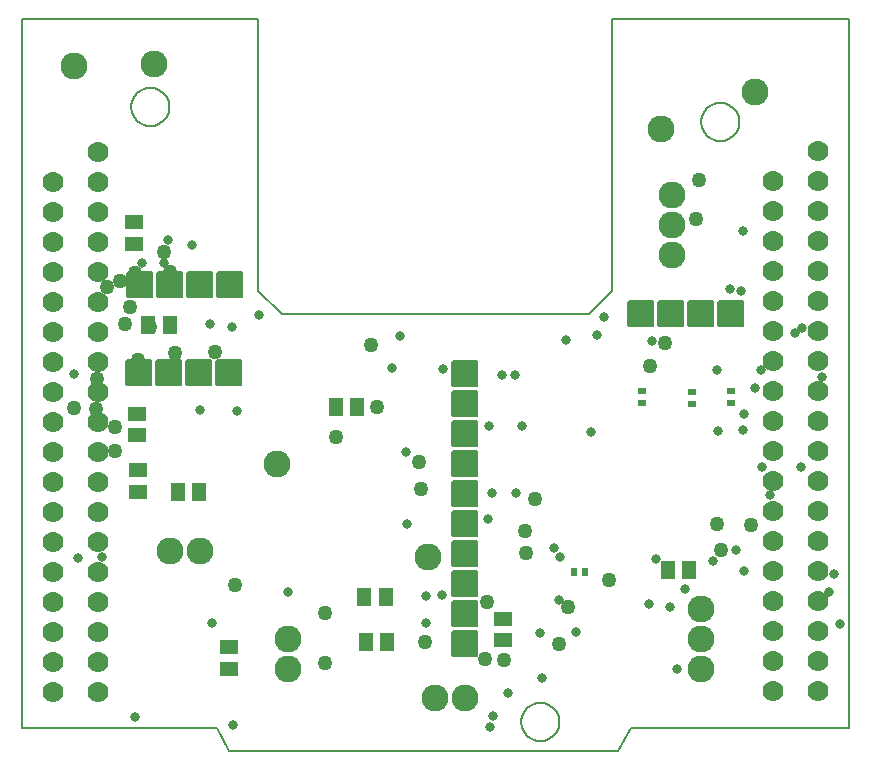
<source format=gbr>
G04 PROTEUS GERBER X2 FILE*
%TF.GenerationSoftware,Labcenter,Proteus,8.12-SP2-Build31155*%
%TF.CreationDate,2024-12-03T23:36:33+00:00*%
%TF.FileFunction,Soldermask,Bot*%
%TF.FilePolarity,Negative*%
%TF.Part,Single*%
%TF.SameCoordinates,{80aaee04-2193-4ab7-8769-78595995fdec}*%
%FSLAX45Y45*%
%MOMM*%
G01*
%TA.AperFunction,Material*%
%ADD27C,1.270000*%
%ADD28C,0.812800*%
%TA.AperFunction,Material*%
%ADD72C,1.778000*%
%AMPPAD023*
4,1,36,
1.016000,-1.143000,
-1.016000,-1.143000,
-1.041970,-1.140470,
-1.065980,-1.133200,
-1.087580,-1.121650,
-1.106290,-1.106290,
-1.121650,-1.087570,
-1.133200,-1.065980,
-1.140470,-1.041970,
-1.143000,-1.016000,
-1.143000,1.016000,
-1.140470,1.041970,
-1.133200,1.065980,
-1.121650,1.087570,
-1.106290,1.106290,
-1.087580,1.121650,
-1.065980,1.133200,
-1.041970,1.140470,
-1.016000,1.143000,
1.016000,1.143000,
1.041970,1.140470,
1.065980,1.133200,
1.087580,1.121650,
1.106290,1.106290,
1.121650,1.087570,
1.133200,1.065980,
1.140470,1.041970,
1.143000,1.016000,
1.143000,-1.016000,
1.140470,-1.041970,
1.133200,-1.065980,
1.121650,-1.087570,
1.106290,-1.106290,
1.087580,-1.121650,
1.065980,-1.133200,
1.041970,-1.140470,
1.016000,-1.143000,
0*%
%TA.AperFunction,Material*%
%ADD73PPAD023*%
%AMPPAD024*
4,1,36,
1.143000,1.016000,
1.143000,-1.016000,
1.140470,-1.041970,
1.133200,-1.065980,
1.121650,-1.087580,
1.106290,-1.106290,
1.087570,-1.121650,
1.065980,-1.133200,
1.041970,-1.140470,
1.016000,-1.143000,
-1.016000,-1.143000,
-1.041970,-1.140470,
-1.065980,-1.133200,
-1.087570,-1.121650,
-1.106290,-1.106290,
-1.121650,-1.087580,
-1.133200,-1.065980,
-1.140470,-1.041970,
-1.143000,-1.016000,
-1.143000,1.016000,
-1.140470,1.041970,
-1.133200,1.065980,
-1.121650,1.087580,
-1.106290,1.106290,
-1.087570,1.121650,
-1.065980,1.133200,
-1.041970,1.140470,
-1.016000,1.143000,
1.016000,1.143000,
1.041970,1.140470,
1.065980,1.133200,
1.087570,1.121650,
1.106290,1.106290,
1.121650,1.087580,
1.133200,1.065980,
1.140470,1.041970,
1.143000,1.016000,
0*%
%TA.AperFunction,Material*%
%ADD30PPAD024*%
%TA.AperFunction,Material*%
%ADD31C,2.286000*%
%AMPPAD029*
4,1,4,
0.304800,-0.279400,
0.304800,0.279400,
-0.304800,0.279400,
-0.304800,-0.279400,
0.304800,-0.279400,
0*%
%ADD35PPAD029*%
%AMPPAD030*
4,1,4,
-0.571500,-0.723900,
0.571500,-0.723900,
0.571500,0.723900,
-0.571500,0.723900,
-0.571500,-0.723900,
0*%
%ADD36PPAD030*%
%AMPPAD031*
4,1,4,
0.723900,-0.571500,
0.723900,0.571500,
-0.723900,0.571500,
-0.723900,-0.571500,
0.723900,-0.571500,
0*%
%ADD37PPAD031*%
%AMPPAD032*
4,1,4,
0.279400,0.304800,
-0.279400,0.304800,
-0.279400,-0.304800,
0.279400,-0.304800,
0.279400,0.304800,
0*%
%ADD38PPAD032*%
%TA.AperFunction,Profile*%
%ADD71C,0.203200*%
%TD.AperFunction*%
D27*
X+789693Y+2343385D03*
X+784147Y+2543036D03*
D28*
X+1198753Y+3933364D03*
X+1014599Y+3931705D03*
X+1237162Y+4130388D03*
X+1440000Y+4090000D03*
D27*
X+1205776Y+4027002D03*
X+1252449Y+3856307D03*
D28*
X+1591667Y+3415719D03*
X+1777934Y+3393142D03*
X+1507000Y+2690408D03*
X+1820000Y+2680000D03*
X+680000Y+1450000D03*
X+476888Y+1440164D03*
X+3424240Y+1113763D03*
X+3554133Y+1125052D03*
X+6926426Y+880000D03*
X+3424249Y+886105D03*
X+6835107Y+1145748D03*
X+6878710Y+1303793D03*
X+4543274Y+1079978D03*
X+5550000Y+500000D03*
X+4505817Y+1518657D03*
X+6113914Y+1331140D03*
D27*
X+4080057Y+578003D03*
X+3919246Y+581817D03*
X+5914579Y+1501298D03*
X+5884069Y+1722146D03*
D28*
X+5490481Y+1026892D03*
X+5610616Y+1175631D03*
X+6045390Y+1501711D03*
X+5307418Y+1049775D03*
X+5364625Y+1427342D03*
X+5850886Y+1415900D03*
X+4559114Y+1445673D03*
X+4607125Y+3285856D03*
X+4923906Y+3481684D03*
X+5338598Y+3274337D03*
X+4067221Y+2990000D03*
X+4173801Y+2988029D03*
X+3946414Y+1764494D03*
X+4821474Y+2504035D03*
X+3977390Y+1989067D03*
X+4182603Y+1989067D03*
X+3958030Y+2558243D03*
X+4235877Y+2554371D03*
D27*
X+5317384Y+3063736D03*
X+5445549Y+3255983D03*
D28*
X+6102566Y+2518038D03*
X+6113735Y+2657569D03*
X+5893384Y+2510249D03*
X+5885604Y+3032348D03*
X+6255130Y+3032348D03*
X+6210000Y+2880000D03*
X+6266799Y+2211613D03*
X+6600000Y+2210000D03*
X+6330000Y+1969523D03*
X+6542970Y+3339637D03*
X+6772465Y+2974001D03*
X+6601316Y+3386314D03*
D27*
X+3365613Y+2254080D03*
X+3381196Y+2024234D03*
X+830000Y+3780000D03*
X+870000Y+3420000D03*
X+917575Y+3562425D03*
X+721160Y+3731160D03*
X+3005709Y+2717114D03*
X+956482Y+3853054D03*
X+1085833Y+3389429D03*
X+4969806Y+1253850D03*
X+636635Y+2953376D03*
X+1295154Y+3176454D03*
X+1636172Y+3182161D03*
X+2567655Y+552887D03*
X+2567655Y+975951D03*
X+1807223Y+1207528D03*
X+3941541Y+1066256D03*
X+4255121Y+1662059D03*
X+4345276Y+1936440D03*
X+2957683Y+3237798D03*
X+3413378Y+726584D03*
X+2656009Y+2463916D03*
X+440000Y+2710000D03*
X+626927Y+2699996D03*
X+978975Y+3109858D03*
X+4620377Y+1026401D03*
X+4549076Y+705610D03*
X+4267131Y+1477231D03*
X+6170923Y+1716666D03*
D28*
X+5996374Y+3713260D03*
X+4870587Y+3327143D03*
X+3248585Y+2336264D03*
X+3264092Y+1722198D03*
D27*
X+5730000Y+4640000D03*
X+5708072Y+4306734D03*
D28*
X+6107519Y+4205339D03*
X+6088422Y+3700587D03*
X+2004762Y+3494244D03*
X+3199266Y+3313056D03*
X+3130000Y+3050000D03*
X+3561643Y+3037917D03*
X+444081Y+2993140D03*
X+3990000Y+100000D03*
X+955604Y+89386D03*
X+4690383Y+812586D03*
X+4385797Y+799953D03*
X+4405728Y+425747D03*
X+4119100Y+295913D03*
X+3959331Y+6331D03*
X+1790731Y+25947D03*
X+1608838Y+886688D03*
X+2250000Y+1150000D03*
D72*
X+641000Y+4876000D03*
X+260000Y+4622000D03*
X+641000Y+4622000D03*
X+260000Y+4368000D03*
X+641000Y+4368000D03*
X+260000Y+4114000D03*
X+641000Y+4114000D03*
X+260000Y+3860000D03*
X+641000Y+3860000D03*
X+260000Y+3606000D03*
X+641000Y+3606000D03*
X+260000Y+3352000D03*
X+641000Y+3352000D03*
X+260000Y+3098000D03*
X+641000Y+3098000D03*
X+260000Y+2844000D03*
X+641000Y+2844000D03*
X+260000Y+2590000D03*
X+641000Y+2590000D03*
X+260000Y+2336000D03*
X+641000Y+2336000D03*
X+260000Y+2082000D03*
X+641000Y+2082000D03*
X+260000Y+1828000D03*
X+641000Y+1828000D03*
X+260000Y+1574000D03*
X+641000Y+1574000D03*
X+260000Y+1320000D03*
X+641000Y+1320000D03*
X+260000Y+1066000D03*
X+641000Y+1066000D03*
X+260000Y+812000D03*
X+641000Y+812000D03*
X+260000Y+558000D03*
X+641000Y+558000D03*
X+260000Y+304000D03*
X+641000Y+304000D03*
X+6737000Y+4880000D03*
X+6356000Y+4626000D03*
X+6737000Y+4626000D03*
X+6356000Y+4372000D03*
X+6737000Y+4372000D03*
X+6356000Y+4118000D03*
X+6737000Y+4118000D03*
X+6356000Y+3864000D03*
X+6737000Y+3864000D03*
X+6356000Y+3610000D03*
X+6737000Y+3610000D03*
X+6356000Y+3356000D03*
X+6737000Y+3356000D03*
X+6356000Y+3102000D03*
X+6737000Y+3102000D03*
X+6356000Y+2848000D03*
X+6737000Y+2848000D03*
X+6356000Y+2594000D03*
X+6737000Y+2594000D03*
X+6356000Y+2340000D03*
X+6737000Y+2340000D03*
X+6356000Y+2086000D03*
X+6737000Y+2086000D03*
X+6356000Y+1832000D03*
X+6737000Y+1832000D03*
X+6356000Y+1578000D03*
X+6737000Y+1578000D03*
X+6356000Y+1324000D03*
X+6737000Y+1324000D03*
X+6356000Y+1070000D03*
X+6737000Y+1070000D03*
X+6356000Y+816000D03*
X+6737000Y+816000D03*
X+6356000Y+562000D03*
X+6737000Y+562000D03*
X+6356000Y+308000D03*
X+6737000Y+308000D03*
D73*
X+6004000Y+3500000D03*
X+5750000Y+3500000D03*
X+5496000Y+3500000D03*
X+5242000Y+3500000D03*
D30*
X+3750000Y+2996000D03*
X+3750000Y+2742000D03*
X+3750000Y+2488000D03*
X+3750000Y+2234000D03*
X+3750000Y+1980000D03*
X+3750000Y+1726000D03*
X+3750000Y+1472000D03*
X+3750000Y+1218000D03*
X+3750000Y+964000D03*
X+3750000Y+710000D03*
D31*
X+1250000Y+1500000D03*
X+1504000Y+1500000D03*
D73*
X+996000Y+3750000D03*
X+1250000Y+3750000D03*
X+1504000Y+3750000D03*
X+1758000Y+3750000D03*
X+1750000Y+3000000D03*
X+1496000Y+3000000D03*
X+1242000Y+3000000D03*
X+988000Y+3000000D03*
D31*
X+5500000Y+4508000D03*
X+5500000Y+4254000D03*
X+5500000Y+4000000D03*
X+3750000Y+250000D03*
X+3496000Y+250000D03*
X+2254000Y+500000D03*
X+2254000Y+754000D03*
X+5750000Y+500000D03*
X+5750000Y+754000D03*
X+5750000Y+1008000D03*
D35*
X+5670000Y+2740000D03*
X+5670000Y+2840000D03*
X+6000000Y+2750000D03*
X+6000000Y+2850000D03*
X+5250000Y+2750000D03*
X+5250000Y+2850000D03*
D36*
X+1320000Y+2000000D03*
X+1500000Y+2000000D03*
D37*
X+1750000Y+500000D03*
X+1750000Y+680000D03*
D36*
X+1070000Y+3410000D03*
X+1250000Y+3410000D03*
D37*
X+950000Y+4100000D03*
X+950000Y+4280000D03*
D38*
X+4770000Y+1320000D03*
X+4670000Y+1320000D03*
D36*
X+2900000Y+1110000D03*
X+3080000Y+1110000D03*
X+2910000Y+730000D03*
X+3090000Y+730000D03*
X+2840000Y+2720000D03*
X+2660000Y+2720000D03*
D37*
X+970000Y+2660000D03*
X+970000Y+2480000D03*
X+980000Y+2180000D03*
X+980000Y+2000000D03*
X+4070000Y+920000D03*
X+4070000Y+740000D03*
D36*
X+5470000Y+1340000D03*
X+5650000Y+1340000D03*
D31*
X+3440000Y+1450000D03*
X+2160000Y+2230000D03*
X+5410000Y+5070000D03*
X+6210000Y+5380000D03*
X+1120000Y+5620000D03*
X+440000Y+5600000D03*
D71*
X+0Y+0D02*
X+1650000Y+0D01*
X+7000000Y+0D02*
X+7000000Y+6000000D01*
X+5000000Y+6000000D01*
X+5000000Y+3700000D01*
X+4800000Y+3500000D01*
X+2200000Y+3500000D01*
X+2000000Y+3700000D02*
X+2000000Y+6000000D01*
X+0Y+6000000D01*
X+0Y+0D01*
X+2000000Y+3700000D02*
X+2200000Y+3500000D01*
X+5160000Y+0D02*
X+7000000Y+0D01*
X+1750000Y-200000D02*
X+5050000Y-200000D01*
X+1650000Y+0D02*
X+1750000Y-200000D01*
X+5160000Y+0D02*
X+5050000Y-200000D01*
X+4550045Y+50000D02*
X+4549508Y+63142D01*
X+4545144Y+89427D01*
X+4536029Y+115712D01*
X+4521182Y+141997D01*
X+4498470Y+168118D01*
X+4472185Y+187898D01*
X+4445900Y+200658D01*
X+4419615Y+208108D01*
X+4393330Y+210987D01*
X+4389000Y+211045D01*
X+4227955Y+50000D02*
X+4228492Y+63142D01*
X+4232856Y+89427D01*
X+4241971Y+115712D01*
X+4256818Y+141997D01*
X+4279530Y+168118D01*
X+4305815Y+187898D01*
X+4332100Y+200658D01*
X+4358385Y+208108D01*
X+4384670Y+210987D01*
X+4389000Y+211045D01*
X+4227955Y+50000D02*
X+4228492Y+36858D01*
X+4232856Y+10573D01*
X+4241971Y-15712D01*
X+4256818Y-41997D01*
X+4279530Y-68118D01*
X+4305815Y-87898D01*
X+4332100Y-100658D01*
X+4358385Y-108108D01*
X+4384670Y-110987D01*
X+4389000Y-111045D01*
X+4550045Y+50000D02*
X+4549508Y+36858D01*
X+4545144Y+10573D01*
X+4536029Y-15712D01*
X+4521182Y-41997D01*
X+4498470Y-68118D01*
X+4472185Y-87898D01*
X+4445900Y-100658D01*
X+4419615Y-108108D01*
X+4393330Y-110987D01*
X+4389000Y-111045D01*
X+6074045Y+5130000D02*
X+6073508Y+5143142D01*
X+6069144Y+5169427D01*
X+6060029Y+5195712D01*
X+6045182Y+5221997D01*
X+6022470Y+5248118D01*
X+5996185Y+5267898D01*
X+5969900Y+5280658D01*
X+5943615Y+5288108D01*
X+5917330Y+5290987D01*
X+5913000Y+5291045D01*
X+5751955Y+5130000D02*
X+5752492Y+5143142D01*
X+5756856Y+5169427D01*
X+5765971Y+5195712D01*
X+5780818Y+5221997D01*
X+5803530Y+5248118D01*
X+5829815Y+5267898D01*
X+5856100Y+5280658D01*
X+5882385Y+5288108D01*
X+5908670Y+5290987D01*
X+5913000Y+5291045D01*
X+5751955Y+5130000D02*
X+5752492Y+5116858D01*
X+5756856Y+5090573D01*
X+5765971Y+5064288D01*
X+5780818Y+5038003D01*
X+5803530Y+5011882D01*
X+5829815Y+4992102D01*
X+5856100Y+4979342D01*
X+5882385Y+4971892D01*
X+5908670Y+4969013D01*
X+5913000Y+4968955D01*
X+6074045Y+5130000D02*
X+6073508Y+5116858D01*
X+6069144Y+5090573D01*
X+6060029Y+5064288D01*
X+6045182Y+5038003D01*
X+6022470Y+5011882D01*
X+5996185Y+4992102D01*
X+5969900Y+4979342D01*
X+5943615Y+4971892D01*
X+5917330Y+4969013D01*
X+5913000Y+4968955D01*
X+1248045Y+5257000D02*
X+1247508Y+5270142D01*
X+1243144Y+5296427D01*
X+1234029Y+5322712D01*
X+1219182Y+5348997D01*
X+1196470Y+5375118D01*
X+1170185Y+5394898D01*
X+1143900Y+5407658D01*
X+1117615Y+5415108D01*
X+1091330Y+5417987D01*
X+1087000Y+5418045D01*
X+925955Y+5257000D02*
X+926492Y+5270142D01*
X+930856Y+5296427D01*
X+939971Y+5322712D01*
X+954818Y+5348997D01*
X+977530Y+5375118D01*
X+1003815Y+5394898D01*
X+1030100Y+5407658D01*
X+1056385Y+5415108D01*
X+1082670Y+5417987D01*
X+1087000Y+5418045D01*
X+925955Y+5257000D02*
X+926492Y+5243858D01*
X+930856Y+5217573D01*
X+939971Y+5191288D01*
X+954818Y+5165003D01*
X+977530Y+5138882D01*
X+1003815Y+5119102D01*
X+1030100Y+5106342D01*
X+1056385Y+5098892D01*
X+1082670Y+5096013D01*
X+1087000Y+5095955D01*
X+1248045Y+5257000D02*
X+1247508Y+5243858D01*
X+1243144Y+5217573D01*
X+1234029Y+5191288D01*
X+1219182Y+5165003D01*
X+1196470Y+5138882D01*
X+1170185Y+5119102D01*
X+1143900Y+5106342D01*
X+1117615Y+5098892D01*
X+1091330Y+5096013D01*
X+1087000Y+5095955D01*
M02*

</source>
